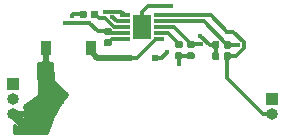
<source format=gbr>
G04 #@! TF.GenerationSoftware,KiCad,Pcbnew,(5.1.4)-1*
G04 #@! TF.CreationDate,2020-05-09T12:02:50-07:00*
G04 #@! TF.ProjectId,Kicad LED Rings_Circular_final,4b696361-6420-44c4-9544-2052696e6773,rev?*
G04 #@! TF.SameCoordinates,Original*
G04 #@! TF.FileFunction,Copper,L1,Top*
G04 #@! TF.FilePolarity,Positive*
%FSLAX46Y46*%
G04 Gerber Fmt 4.6, Leading zero omitted, Abs format (unit mm)*
G04 Created by KiCad (PCBNEW (5.1.4)-1) date 2020-05-09 12:02:50*
%MOMM*%
%LPD*%
G04 APERTURE LIST*
%ADD10R,0.900000X1.300000*%
%ADD11C,0.100000*%
%ADD12C,0.590000*%
%ADD13R,1.600200X2.006600*%
%ADD14R,0.812800X0.304800*%
%ADD15R,0.500000X0.500000*%
%ADD16R,1.000000X1.000000*%
%ADD17O,1.000000X1.000000*%
%ADD18C,0.450000*%
%ADD19C,0.762000*%
%ADD20C,0.304800*%
%ADD21C,0.508000*%
%ADD22C,0.254000*%
G04 APERTURE END LIST*
D10*
X101488160Y-70591680D03*
X105288160Y-70591680D03*
D11*
G36*
X116044518Y-70005690D02*
G01*
X116058836Y-70007814D01*
X116072877Y-70011331D01*
X116086506Y-70016208D01*
X116099591Y-70022397D01*
X116112007Y-70029838D01*
X116123633Y-70038461D01*
X116134358Y-70048182D01*
X116144079Y-70058907D01*
X116152702Y-70070533D01*
X116160143Y-70082949D01*
X116166332Y-70096034D01*
X116171209Y-70109663D01*
X116174726Y-70123704D01*
X116176850Y-70138022D01*
X116177560Y-70152480D01*
X116177560Y-70497480D01*
X116176850Y-70511938D01*
X116174726Y-70526256D01*
X116171209Y-70540297D01*
X116166332Y-70553926D01*
X116160143Y-70567011D01*
X116152702Y-70579427D01*
X116144079Y-70591053D01*
X116134358Y-70601778D01*
X116123633Y-70611499D01*
X116112007Y-70620122D01*
X116099591Y-70627563D01*
X116086506Y-70633752D01*
X116072877Y-70638629D01*
X116058836Y-70642146D01*
X116044518Y-70644270D01*
X116030060Y-70644980D01*
X115735060Y-70644980D01*
X115720602Y-70644270D01*
X115706284Y-70642146D01*
X115692243Y-70638629D01*
X115678614Y-70633752D01*
X115665529Y-70627563D01*
X115653113Y-70620122D01*
X115641487Y-70611499D01*
X115630762Y-70601778D01*
X115621041Y-70591053D01*
X115612418Y-70579427D01*
X115604977Y-70567011D01*
X115598788Y-70553926D01*
X115593911Y-70540297D01*
X115590394Y-70526256D01*
X115588270Y-70511938D01*
X115587560Y-70497480D01*
X115587560Y-70152480D01*
X115588270Y-70138022D01*
X115590394Y-70123704D01*
X115593911Y-70109663D01*
X115598788Y-70096034D01*
X115604977Y-70082949D01*
X115612418Y-70070533D01*
X115621041Y-70058907D01*
X115630762Y-70048182D01*
X115641487Y-70038461D01*
X115653113Y-70029838D01*
X115665529Y-70022397D01*
X115678614Y-70016208D01*
X115692243Y-70011331D01*
X115706284Y-70007814D01*
X115720602Y-70005690D01*
X115735060Y-70004980D01*
X116030060Y-70004980D01*
X116044518Y-70005690D01*
X116044518Y-70005690D01*
G37*
D12*
X115882560Y-70324980D03*
D11*
G36*
X117014518Y-70005690D02*
G01*
X117028836Y-70007814D01*
X117042877Y-70011331D01*
X117056506Y-70016208D01*
X117069591Y-70022397D01*
X117082007Y-70029838D01*
X117093633Y-70038461D01*
X117104358Y-70048182D01*
X117114079Y-70058907D01*
X117122702Y-70070533D01*
X117130143Y-70082949D01*
X117136332Y-70096034D01*
X117141209Y-70109663D01*
X117144726Y-70123704D01*
X117146850Y-70138022D01*
X117147560Y-70152480D01*
X117147560Y-70497480D01*
X117146850Y-70511938D01*
X117144726Y-70526256D01*
X117141209Y-70540297D01*
X117136332Y-70553926D01*
X117130143Y-70567011D01*
X117122702Y-70579427D01*
X117114079Y-70591053D01*
X117104358Y-70601778D01*
X117093633Y-70611499D01*
X117082007Y-70620122D01*
X117069591Y-70627563D01*
X117056506Y-70633752D01*
X117042877Y-70638629D01*
X117028836Y-70642146D01*
X117014518Y-70644270D01*
X117000060Y-70644980D01*
X116705060Y-70644980D01*
X116690602Y-70644270D01*
X116676284Y-70642146D01*
X116662243Y-70638629D01*
X116648614Y-70633752D01*
X116635529Y-70627563D01*
X116623113Y-70620122D01*
X116611487Y-70611499D01*
X116600762Y-70601778D01*
X116591041Y-70591053D01*
X116582418Y-70579427D01*
X116574977Y-70567011D01*
X116568788Y-70553926D01*
X116563911Y-70540297D01*
X116560394Y-70526256D01*
X116558270Y-70511938D01*
X116557560Y-70497480D01*
X116557560Y-70152480D01*
X116558270Y-70138022D01*
X116560394Y-70123704D01*
X116563911Y-70109663D01*
X116568788Y-70096034D01*
X116574977Y-70082949D01*
X116582418Y-70070533D01*
X116591041Y-70058907D01*
X116600762Y-70048182D01*
X116611487Y-70038461D01*
X116623113Y-70029838D01*
X116635529Y-70022397D01*
X116648614Y-70016208D01*
X116662243Y-70011331D01*
X116676284Y-70007814D01*
X116690602Y-70005690D01*
X116705060Y-70004980D01*
X117000060Y-70004980D01*
X117014518Y-70005690D01*
X117014518Y-70005690D01*
G37*
D12*
X116852560Y-70324980D03*
D11*
G36*
X106917758Y-69865450D02*
G01*
X106932076Y-69867574D01*
X106946117Y-69871091D01*
X106959746Y-69875968D01*
X106972831Y-69882157D01*
X106985247Y-69889598D01*
X106996873Y-69898221D01*
X107007598Y-69907942D01*
X107017319Y-69918667D01*
X107025942Y-69930293D01*
X107033383Y-69942709D01*
X107039572Y-69955794D01*
X107044449Y-69969423D01*
X107047966Y-69983464D01*
X107050090Y-69997782D01*
X107050800Y-70012240D01*
X107050800Y-70307240D01*
X107050090Y-70321698D01*
X107047966Y-70336016D01*
X107044449Y-70350057D01*
X107039572Y-70363686D01*
X107033383Y-70376771D01*
X107025942Y-70389187D01*
X107017319Y-70400813D01*
X107007598Y-70411538D01*
X106996873Y-70421259D01*
X106985247Y-70429882D01*
X106972831Y-70437323D01*
X106959746Y-70443512D01*
X106946117Y-70448389D01*
X106932076Y-70451906D01*
X106917758Y-70454030D01*
X106903300Y-70454740D01*
X106558300Y-70454740D01*
X106543842Y-70454030D01*
X106529524Y-70451906D01*
X106515483Y-70448389D01*
X106501854Y-70443512D01*
X106488769Y-70437323D01*
X106476353Y-70429882D01*
X106464727Y-70421259D01*
X106454002Y-70411538D01*
X106444281Y-70400813D01*
X106435658Y-70389187D01*
X106428217Y-70376771D01*
X106422028Y-70363686D01*
X106417151Y-70350057D01*
X106413634Y-70336016D01*
X106411510Y-70321698D01*
X106410800Y-70307240D01*
X106410800Y-70012240D01*
X106411510Y-69997782D01*
X106413634Y-69983464D01*
X106417151Y-69969423D01*
X106422028Y-69955794D01*
X106428217Y-69942709D01*
X106435658Y-69930293D01*
X106444281Y-69918667D01*
X106454002Y-69907942D01*
X106464727Y-69898221D01*
X106476353Y-69889598D01*
X106488769Y-69882157D01*
X106501854Y-69875968D01*
X106515483Y-69871091D01*
X106529524Y-69867574D01*
X106543842Y-69865450D01*
X106558300Y-69864740D01*
X106903300Y-69864740D01*
X106917758Y-69865450D01*
X106917758Y-69865450D01*
G37*
D12*
X106730800Y-70159740D03*
D11*
G36*
X106917758Y-68895450D02*
G01*
X106932076Y-68897574D01*
X106946117Y-68901091D01*
X106959746Y-68905968D01*
X106972831Y-68912157D01*
X106985247Y-68919598D01*
X106996873Y-68928221D01*
X107007598Y-68937942D01*
X107017319Y-68948667D01*
X107025942Y-68960293D01*
X107033383Y-68972709D01*
X107039572Y-68985794D01*
X107044449Y-68999423D01*
X107047966Y-69013464D01*
X107050090Y-69027782D01*
X107050800Y-69042240D01*
X107050800Y-69337240D01*
X107050090Y-69351698D01*
X107047966Y-69366016D01*
X107044449Y-69380057D01*
X107039572Y-69393686D01*
X107033383Y-69406771D01*
X107025942Y-69419187D01*
X107017319Y-69430813D01*
X107007598Y-69441538D01*
X106996873Y-69451259D01*
X106985247Y-69459882D01*
X106972831Y-69467323D01*
X106959746Y-69473512D01*
X106946117Y-69478389D01*
X106932076Y-69481906D01*
X106917758Y-69484030D01*
X106903300Y-69484740D01*
X106558300Y-69484740D01*
X106543842Y-69484030D01*
X106529524Y-69481906D01*
X106515483Y-69478389D01*
X106501854Y-69473512D01*
X106488769Y-69467323D01*
X106476353Y-69459882D01*
X106464727Y-69451259D01*
X106454002Y-69441538D01*
X106444281Y-69430813D01*
X106435658Y-69419187D01*
X106428217Y-69406771D01*
X106422028Y-69393686D01*
X106417151Y-69380057D01*
X106413634Y-69366016D01*
X106411510Y-69351698D01*
X106410800Y-69337240D01*
X106410800Y-69042240D01*
X106411510Y-69027782D01*
X106413634Y-69013464D01*
X106417151Y-68999423D01*
X106422028Y-68985794D01*
X106428217Y-68972709D01*
X106435658Y-68960293D01*
X106444281Y-68948667D01*
X106454002Y-68937942D01*
X106464727Y-68928221D01*
X106476353Y-68919598D01*
X106488769Y-68912157D01*
X106501854Y-68905968D01*
X106515483Y-68901091D01*
X106529524Y-68897574D01*
X106543842Y-68895450D01*
X106558300Y-68894740D01*
X106903300Y-68894740D01*
X106917758Y-68895450D01*
X106917758Y-68895450D01*
G37*
D12*
X106730800Y-69189740D03*
D11*
G36*
X104812638Y-67430130D02*
G01*
X104826956Y-67432254D01*
X104840997Y-67435771D01*
X104854626Y-67440648D01*
X104867711Y-67446837D01*
X104880127Y-67454278D01*
X104891753Y-67462901D01*
X104902478Y-67472622D01*
X104912199Y-67483347D01*
X104920822Y-67494973D01*
X104928263Y-67507389D01*
X104934452Y-67520474D01*
X104939329Y-67534103D01*
X104942846Y-67548144D01*
X104944970Y-67562462D01*
X104945680Y-67576920D01*
X104945680Y-67921920D01*
X104944970Y-67936378D01*
X104942846Y-67950696D01*
X104939329Y-67964737D01*
X104934452Y-67978366D01*
X104928263Y-67991451D01*
X104920822Y-68003867D01*
X104912199Y-68015493D01*
X104902478Y-68026218D01*
X104891753Y-68035939D01*
X104880127Y-68044562D01*
X104867711Y-68052003D01*
X104854626Y-68058192D01*
X104840997Y-68063069D01*
X104826956Y-68066586D01*
X104812638Y-68068710D01*
X104798180Y-68069420D01*
X104503180Y-68069420D01*
X104488722Y-68068710D01*
X104474404Y-68066586D01*
X104460363Y-68063069D01*
X104446734Y-68058192D01*
X104433649Y-68052003D01*
X104421233Y-68044562D01*
X104409607Y-68035939D01*
X104398882Y-68026218D01*
X104389161Y-68015493D01*
X104380538Y-68003867D01*
X104373097Y-67991451D01*
X104366908Y-67978366D01*
X104362031Y-67964737D01*
X104358514Y-67950696D01*
X104356390Y-67936378D01*
X104355680Y-67921920D01*
X104355680Y-67576920D01*
X104356390Y-67562462D01*
X104358514Y-67548144D01*
X104362031Y-67534103D01*
X104366908Y-67520474D01*
X104373097Y-67507389D01*
X104380538Y-67494973D01*
X104389161Y-67483347D01*
X104398882Y-67472622D01*
X104409607Y-67462901D01*
X104421233Y-67454278D01*
X104433649Y-67446837D01*
X104446734Y-67440648D01*
X104460363Y-67435771D01*
X104474404Y-67432254D01*
X104488722Y-67430130D01*
X104503180Y-67429420D01*
X104798180Y-67429420D01*
X104812638Y-67430130D01*
X104812638Y-67430130D01*
G37*
D12*
X104650680Y-67749420D03*
D11*
G36*
X105782638Y-67430130D02*
G01*
X105796956Y-67432254D01*
X105810997Y-67435771D01*
X105824626Y-67440648D01*
X105837711Y-67446837D01*
X105850127Y-67454278D01*
X105861753Y-67462901D01*
X105872478Y-67472622D01*
X105882199Y-67483347D01*
X105890822Y-67494973D01*
X105898263Y-67507389D01*
X105904452Y-67520474D01*
X105909329Y-67534103D01*
X105912846Y-67548144D01*
X105914970Y-67562462D01*
X105915680Y-67576920D01*
X105915680Y-67921920D01*
X105914970Y-67936378D01*
X105912846Y-67950696D01*
X105909329Y-67964737D01*
X105904452Y-67978366D01*
X105898263Y-67991451D01*
X105890822Y-68003867D01*
X105882199Y-68015493D01*
X105872478Y-68026218D01*
X105861753Y-68035939D01*
X105850127Y-68044562D01*
X105837711Y-68052003D01*
X105824626Y-68058192D01*
X105810997Y-68063069D01*
X105796956Y-68066586D01*
X105782638Y-68068710D01*
X105768180Y-68069420D01*
X105473180Y-68069420D01*
X105458722Y-68068710D01*
X105444404Y-68066586D01*
X105430363Y-68063069D01*
X105416734Y-68058192D01*
X105403649Y-68052003D01*
X105391233Y-68044562D01*
X105379607Y-68035939D01*
X105368882Y-68026218D01*
X105359161Y-68015493D01*
X105350538Y-68003867D01*
X105343097Y-67991451D01*
X105336908Y-67978366D01*
X105332031Y-67964737D01*
X105328514Y-67950696D01*
X105326390Y-67936378D01*
X105325680Y-67921920D01*
X105325680Y-67576920D01*
X105326390Y-67562462D01*
X105328514Y-67548144D01*
X105332031Y-67534103D01*
X105336908Y-67520474D01*
X105343097Y-67507389D01*
X105350538Y-67494973D01*
X105359161Y-67483347D01*
X105368882Y-67472622D01*
X105379607Y-67462901D01*
X105391233Y-67454278D01*
X105403649Y-67446837D01*
X105416734Y-67440648D01*
X105430363Y-67435771D01*
X105444404Y-67432254D01*
X105458722Y-67430130D01*
X105473180Y-67429420D01*
X105768180Y-67429420D01*
X105782638Y-67430130D01*
X105782638Y-67430130D01*
G37*
D12*
X105620680Y-67749420D03*
D13*
X109601000Y-68836540D03*
D14*
X111048800Y-67836539D03*
X111048800Y-68336541D03*
X111048800Y-68836540D03*
X111048800Y-69336539D03*
X111048800Y-69836541D03*
X108153200Y-69836541D03*
X108153200Y-69336539D03*
X108153200Y-68836540D03*
X108153200Y-68336541D03*
X108153200Y-67836539D03*
D11*
G36*
X112937558Y-70965270D02*
G01*
X112951876Y-70967394D01*
X112965917Y-70970911D01*
X112979546Y-70975788D01*
X112992631Y-70981977D01*
X113005047Y-70989418D01*
X113016673Y-70998041D01*
X113027398Y-71007762D01*
X113037119Y-71018487D01*
X113045742Y-71030113D01*
X113053183Y-71042529D01*
X113059372Y-71055614D01*
X113064249Y-71069243D01*
X113067766Y-71083284D01*
X113069890Y-71097602D01*
X113070600Y-71112060D01*
X113070600Y-71407060D01*
X113069890Y-71421518D01*
X113067766Y-71435836D01*
X113064249Y-71449877D01*
X113059372Y-71463506D01*
X113053183Y-71476591D01*
X113045742Y-71489007D01*
X113037119Y-71500633D01*
X113027398Y-71511358D01*
X113016673Y-71521079D01*
X113005047Y-71529702D01*
X112992631Y-71537143D01*
X112979546Y-71543332D01*
X112965917Y-71548209D01*
X112951876Y-71551726D01*
X112937558Y-71553850D01*
X112923100Y-71554560D01*
X112578100Y-71554560D01*
X112563642Y-71553850D01*
X112549324Y-71551726D01*
X112535283Y-71548209D01*
X112521654Y-71543332D01*
X112508569Y-71537143D01*
X112496153Y-71529702D01*
X112484527Y-71521079D01*
X112473802Y-71511358D01*
X112464081Y-71500633D01*
X112455458Y-71489007D01*
X112448017Y-71476591D01*
X112441828Y-71463506D01*
X112436951Y-71449877D01*
X112433434Y-71435836D01*
X112431310Y-71421518D01*
X112430600Y-71407060D01*
X112430600Y-71112060D01*
X112431310Y-71097602D01*
X112433434Y-71083284D01*
X112436951Y-71069243D01*
X112441828Y-71055614D01*
X112448017Y-71042529D01*
X112455458Y-71030113D01*
X112464081Y-71018487D01*
X112473802Y-71007762D01*
X112484527Y-70998041D01*
X112496153Y-70989418D01*
X112508569Y-70981977D01*
X112521654Y-70975788D01*
X112535283Y-70970911D01*
X112549324Y-70967394D01*
X112563642Y-70965270D01*
X112578100Y-70964560D01*
X112923100Y-70964560D01*
X112937558Y-70965270D01*
X112937558Y-70965270D01*
G37*
D12*
X112750600Y-71259560D03*
D11*
G36*
X112937558Y-69995270D02*
G01*
X112951876Y-69997394D01*
X112965917Y-70000911D01*
X112979546Y-70005788D01*
X112992631Y-70011977D01*
X113005047Y-70019418D01*
X113016673Y-70028041D01*
X113027398Y-70037762D01*
X113037119Y-70048487D01*
X113045742Y-70060113D01*
X113053183Y-70072529D01*
X113059372Y-70085614D01*
X113064249Y-70099243D01*
X113067766Y-70113284D01*
X113069890Y-70127602D01*
X113070600Y-70142060D01*
X113070600Y-70437060D01*
X113069890Y-70451518D01*
X113067766Y-70465836D01*
X113064249Y-70479877D01*
X113059372Y-70493506D01*
X113053183Y-70506591D01*
X113045742Y-70519007D01*
X113037119Y-70530633D01*
X113027398Y-70541358D01*
X113016673Y-70551079D01*
X113005047Y-70559702D01*
X112992631Y-70567143D01*
X112979546Y-70573332D01*
X112965917Y-70578209D01*
X112951876Y-70581726D01*
X112937558Y-70583850D01*
X112923100Y-70584560D01*
X112578100Y-70584560D01*
X112563642Y-70583850D01*
X112549324Y-70581726D01*
X112535283Y-70578209D01*
X112521654Y-70573332D01*
X112508569Y-70567143D01*
X112496153Y-70559702D01*
X112484527Y-70551079D01*
X112473802Y-70541358D01*
X112464081Y-70530633D01*
X112455458Y-70519007D01*
X112448017Y-70506591D01*
X112441828Y-70493506D01*
X112436951Y-70479877D01*
X112433434Y-70465836D01*
X112431310Y-70451518D01*
X112430600Y-70437060D01*
X112430600Y-70142060D01*
X112431310Y-70127602D01*
X112433434Y-70113284D01*
X112436951Y-70099243D01*
X112441828Y-70085614D01*
X112448017Y-70072529D01*
X112455458Y-70060113D01*
X112464081Y-70048487D01*
X112473802Y-70037762D01*
X112484527Y-70028041D01*
X112496153Y-70019418D01*
X112508569Y-70011977D01*
X112521654Y-70005788D01*
X112535283Y-70000911D01*
X112549324Y-69997394D01*
X112563642Y-69995270D01*
X112578100Y-69994560D01*
X112923100Y-69994560D01*
X112937558Y-69995270D01*
X112937558Y-69995270D01*
G37*
D12*
X112750600Y-70289560D03*
D11*
G36*
X113953558Y-69995270D02*
G01*
X113967876Y-69997394D01*
X113981917Y-70000911D01*
X113995546Y-70005788D01*
X114008631Y-70011977D01*
X114021047Y-70019418D01*
X114032673Y-70028041D01*
X114043398Y-70037762D01*
X114053119Y-70048487D01*
X114061742Y-70060113D01*
X114069183Y-70072529D01*
X114075372Y-70085614D01*
X114080249Y-70099243D01*
X114083766Y-70113284D01*
X114085890Y-70127602D01*
X114086600Y-70142060D01*
X114086600Y-70437060D01*
X114085890Y-70451518D01*
X114083766Y-70465836D01*
X114080249Y-70479877D01*
X114075372Y-70493506D01*
X114069183Y-70506591D01*
X114061742Y-70519007D01*
X114053119Y-70530633D01*
X114043398Y-70541358D01*
X114032673Y-70551079D01*
X114021047Y-70559702D01*
X114008631Y-70567143D01*
X113995546Y-70573332D01*
X113981917Y-70578209D01*
X113967876Y-70581726D01*
X113953558Y-70583850D01*
X113939100Y-70584560D01*
X113594100Y-70584560D01*
X113579642Y-70583850D01*
X113565324Y-70581726D01*
X113551283Y-70578209D01*
X113537654Y-70573332D01*
X113524569Y-70567143D01*
X113512153Y-70559702D01*
X113500527Y-70551079D01*
X113489802Y-70541358D01*
X113480081Y-70530633D01*
X113471458Y-70519007D01*
X113464017Y-70506591D01*
X113457828Y-70493506D01*
X113452951Y-70479877D01*
X113449434Y-70465836D01*
X113447310Y-70451518D01*
X113446600Y-70437060D01*
X113446600Y-70142060D01*
X113447310Y-70127602D01*
X113449434Y-70113284D01*
X113452951Y-70099243D01*
X113457828Y-70085614D01*
X113464017Y-70072529D01*
X113471458Y-70060113D01*
X113480081Y-70048487D01*
X113489802Y-70037762D01*
X113500527Y-70028041D01*
X113512153Y-70019418D01*
X113524569Y-70011977D01*
X113537654Y-70005788D01*
X113551283Y-70000911D01*
X113565324Y-69997394D01*
X113579642Y-69995270D01*
X113594100Y-69994560D01*
X113939100Y-69994560D01*
X113953558Y-69995270D01*
X113953558Y-69995270D01*
G37*
D12*
X113766600Y-70289560D03*
D11*
G36*
X113953558Y-70965270D02*
G01*
X113967876Y-70967394D01*
X113981917Y-70970911D01*
X113995546Y-70975788D01*
X114008631Y-70981977D01*
X114021047Y-70989418D01*
X114032673Y-70998041D01*
X114043398Y-71007762D01*
X114053119Y-71018487D01*
X114061742Y-71030113D01*
X114069183Y-71042529D01*
X114075372Y-71055614D01*
X114080249Y-71069243D01*
X114083766Y-71083284D01*
X114085890Y-71097602D01*
X114086600Y-71112060D01*
X114086600Y-71407060D01*
X114085890Y-71421518D01*
X114083766Y-71435836D01*
X114080249Y-71449877D01*
X114075372Y-71463506D01*
X114069183Y-71476591D01*
X114061742Y-71489007D01*
X114053119Y-71500633D01*
X114043398Y-71511358D01*
X114032673Y-71521079D01*
X114021047Y-71529702D01*
X114008631Y-71537143D01*
X113995546Y-71543332D01*
X113981917Y-71548209D01*
X113967876Y-71551726D01*
X113953558Y-71553850D01*
X113939100Y-71554560D01*
X113594100Y-71554560D01*
X113579642Y-71553850D01*
X113565324Y-71551726D01*
X113551283Y-71548209D01*
X113537654Y-71543332D01*
X113524569Y-71537143D01*
X113512153Y-71529702D01*
X113500527Y-71521079D01*
X113489802Y-71511358D01*
X113480081Y-71500633D01*
X113471458Y-71489007D01*
X113464017Y-71476591D01*
X113457828Y-71463506D01*
X113452951Y-71449877D01*
X113449434Y-71435836D01*
X113447310Y-71421518D01*
X113446600Y-71407060D01*
X113446600Y-71112060D01*
X113447310Y-71097602D01*
X113449434Y-71083284D01*
X113452951Y-71069243D01*
X113457828Y-71055614D01*
X113464017Y-71042529D01*
X113471458Y-71030113D01*
X113480081Y-71018487D01*
X113489802Y-71007762D01*
X113500527Y-70998041D01*
X113512153Y-70989418D01*
X113524569Y-70981977D01*
X113537654Y-70975788D01*
X113551283Y-70970911D01*
X113565324Y-70967394D01*
X113579642Y-70965270D01*
X113594100Y-70964560D01*
X113939100Y-70964560D01*
X113953558Y-70965270D01*
X113953558Y-70965270D01*
G37*
D12*
X113766600Y-71259560D03*
D15*
X108503540Y-71447660D03*
X110703540Y-71447660D03*
D11*
G36*
X117014518Y-70950570D02*
G01*
X117028836Y-70952694D01*
X117042877Y-70956211D01*
X117056506Y-70961088D01*
X117069591Y-70967277D01*
X117082007Y-70974718D01*
X117093633Y-70983341D01*
X117104358Y-70993062D01*
X117114079Y-71003787D01*
X117122702Y-71015413D01*
X117130143Y-71027829D01*
X117136332Y-71040914D01*
X117141209Y-71054543D01*
X117144726Y-71068584D01*
X117146850Y-71082902D01*
X117147560Y-71097360D01*
X117147560Y-71442360D01*
X117146850Y-71456818D01*
X117144726Y-71471136D01*
X117141209Y-71485177D01*
X117136332Y-71498806D01*
X117130143Y-71511891D01*
X117122702Y-71524307D01*
X117114079Y-71535933D01*
X117104358Y-71546658D01*
X117093633Y-71556379D01*
X117082007Y-71565002D01*
X117069591Y-71572443D01*
X117056506Y-71578632D01*
X117042877Y-71583509D01*
X117028836Y-71587026D01*
X117014518Y-71589150D01*
X117000060Y-71589860D01*
X116705060Y-71589860D01*
X116690602Y-71589150D01*
X116676284Y-71587026D01*
X116662243Y-71583509D01*
X116648614Y-71578632D01*
X116635529Y-71572443D01*
X116623113Y-71565002D01*
X116611487Y-71556379D01*
X116600762Y-71546658D01*
X116591041Y-71535933D01*
X116582418Y-71524307D01*
X116574977Y-71511891D01*
X116568788Y-71498806D01*
X116563911Y-71485177D01*
X116560394Y-71471136D01*
X116558270Y-71456818D01*
X116557560Y-71442360D01*
X116557560Y-71097360D01*
X116558270Y-71082902D01*
X116560394Y-71068584D01*
X116563911Y-71054543D01*
X116568788Y-71040914D01*
X116574977Y-71027829D01*
X116582418Y-71015413D01*
X116591041Y-71003787D01*
X116600762Y-70993062D01*
X116611487Y-70983341D01*
X116623113Y-70974718D01*
X116635529Y-70967277D01*
X116648614Y-70961088D01*
X116662243Y-70956211D01*
X116676284Y-70952694D01*
X116690602Y-70950570D01*
X116705060Y-70949860D01*
X117000060Y-70949860D01*
X117014518Y-70950570D01*
X117014518Y-70950570D01*
G37*
D12*
X116852560Y-71269860D03*
D11*
G36*
X116044518Y-70950570D02*
G01*
X116058836Y-70952694D01*
X116072877Y-70956211D01*
X116086506Y-70961088D01*
X116099591Y-70967277D01*
X116112007Y-70974718D01*
X116123633Y-70983341D01*
X116134358Y-70993062D01*
X116144079Y-71003787D01*
X116152702Y-71015413D01*
X116160143Y-71027829D01*
X116166332Y-71040914D01*
X116171209Y-71054543D01*
X116174726Y-71068584D01*
X116176850Y-71082902D01*
X116177560Y-71097360D01*
X116177560Y-71442360D01*
X116176850Y-71456818D01*
X116174726Y-71471136D01*
X116171209Y-71485177D01*
X116166332Y-71498806D01*
X116160143Y-71511891D01*
X116152702Y-71524307D01*
X116144079Y-71535933D01*
X116134358Y-71546658D01*
X116123633Y-71556379D01*
X116112007Y-71565002D01*
X116099591Y-71572443D01*
X116086506Y-71578632D01*
X116072877Y-71583509D01*
X116058836Y-71587026D01*
X116044518Y-71589150D01*
X116030060Y-71589860D01*
X115735060Y-71589860D01*
X115720602Y-71589150D01*
X115706284Y-71587026D01*
X115692243Y-71583509D01*
X115678614Y-71578632D01*
X115665529Y-71572443D01*
X115653113Y-71565002D01*
X115641487Y-71556379D01*
X115630762Y-71546658D01*
X115621041Y-71535933D01*
X115612418Y-71524307D01*
X115604977Y-71511891D01*
X115598788Y-71498806D01*
X115593911Y-71485177D01*
X115590394Y-71471136D01*
X115588270Y-71456818D01*
X115587560Y-71442360D01*
X115587560Y-71097360D01*
X115588270Y-71082902D01*
X115590394Y-71068584D01*
X115593911Y-71054543D01*
X115598788Y-71040914D01*
X115604977Y-71027829D01*
X115612418Y-71015413D01*
X115621041Y-71003787D01*
X115630762Y-70993062D01*
X115641487Y-70983341D01*
X115653113Y-70974718D01*
X115665529Y-70967277D01*
X115678614Y-70961088D01*
X115692243Y-70956211D01*
X115706284Y-70952694D01*
X115720602Y-70950570D01*
X115735060Y-70949860D01*
X116030060Y-70949860D01*
X116044518Y-70950570D01*
X116044518Y-70950570D01*
G37*
D12*
X115882560Y-71269860D03*
D16*
X98680000Y-73630000D03*
D17*
X98680000Y-74900000D03*
X98680000Y-76170000D03*
D16*
X120611900Y-74899520D03*
D17*
X120611900Y-76169520D03*
D18*
X103210360Y-74673460D03*
X102859840Y-75125580D03*
X102532180Y-75585320D03*
X102235000Y-76111100D03*
X102001320Y-76631800D03*
X114581940Y-70271640D03*
X112748060Y-71963280D03*
X112087660Y-67020021D03*
X103723440Y-67843400D03*
X107119420Y-67978021D03*
X106535220Y-67499021D03*
X111785400Y-70947280D03*
X117782340Y-70335140D03*
X116850160Y-69212460D03*
X114579400Y-69557900D03*
X103098600Y-68491100D03*
X105173780Y-68493640D03*
D19*
X98680000Y-76170000D02*
X99723460Y-77213460D01*
D20*
X113766600Y-70289560D02*
X114564020Y-70289560D01*
X114564020Y-70289560D02*
X114581940Y-70271640D01*
X112313580Y-68836540D02*
X113766600Y-70289560D01*
X111048800Y-68836540D02*
X112313580Y-68836540D01*
X113766600Y-71259560D02*
X112750600Y-71259560D01*
X112750600Y-71259560D02*
X112750600Y-71960740D01*
X112750600Y-71960740D02*
X112748060Y-71963280D01*
X110109419Y-67020021D02*
X112087660Y-67020021D01*
X109601000Y-68836540D02*
X109601000Y-67528440D01*
X109601000Y-67528440D02*
X110109419Y-67020021D01*
X104650680Y-67749420D02*
X103817420Y-67749420D01*
X103817420Y-67749420D02*
X103723440Y-67843400D01*
X111797579Y-69336539D02*
X112750600Y-70289560D01*
X111048800Y-69336539D02*
X111797579Y-69336539D01*
X107477940Y-68336541D02*
X108153200Y-68336541D01*
X107119420Y-67978021D02*
X107477940Y-68336541D01*
X107815682Y-67499021D02*
X106535220Y-67499021D01*
X108153200Y-67836539D02*
X107815682Y-67499021D01*
X110711160Y-71455280D02*
X110703540Y-71447660D01*
X110703540Y-71447660D02*
X111285020Y-71447660D01*
X111285020Y-71447660D02*
X111785400Y-70947280D01*
X109058340Y-71447660D02*
X108503540Y-71447660D01*
X109183681Y-71447660D02*
X109058340Y-71447660D01*
X110794800Y-69836541D02*
X109183681Y-71447660D01*
X111048800Y-69836541D02*
X110794800Y-69836541D01*
D21*
X105854580Y-71447660D02*
X105196720Y-70789800D01*
X108503540Y-71447660D02*
X105854580Y-71447660D01*
D20*
X114864121Y-68336541D02*
X116852560Y-70324980D01*
X111048800Y-68336541D02*
X114864121Y-68336541D01*
X116852560Y-70324980D02*
X117772180Y-70324980D01*
X117772180Y-70324980D02*
X117782340Y-70335140D01*
X107053999Y-69836541D02*
X106730800Y-70159740D01*
X108153200Y-69836541D02*
X107053999Y-69836541D01*
X105954848Y-68083588D02*
X105620680Y-67749420D01*
X106516065Y-68083588D02*
X105954848Y-68083588D01*
X107269017Y-68836540D02*
X106516065Y-68083588D01*
X108153200Y-68836540D02*
X107269017Y-68836540D01*
X111048800Y-67836539D02*
X115474239Y-67836539D01*
X115474239Y-67836539D02*
X116850160Y-69212460D01*
X116852560Y-71689860D02*
X116852560Y-71269860D01*
X116852560Y-73117286D02*
X116852560Y-71689860D01*
X119904794Y-76169520D02*
X116852560Y-73117286D01*
X120611900Y-76169520D02*
X119904794Y-76169520D01*
X117168358Y-69212460D02*
X116850160Y-69212460D01*
X117368582Y-69212460D02*
X117168358Y-69212460D01*
X118261341Y-70105219D02*
X117368582Y-69212460D01*
X118261341Y-70565061D02*
X118261341Y-70105219D01*
X117556542Y-71269860D02*
X118261341Y-70565061D01*
X116852560Y-71269860D02*
X117556542Y-71269860D01*
X115882560Y-70324980D02*
X115882560Y-71269860D01*
X115882560Y-70324980D02*
X115346480Y-70324980D01*
X115346480Y-70324980D02*
X114579400Y-69557900D01*
X106877599Y-69336539D02*
X106730800Y-69189740D01*
X108153200Y-69336539D02*
X106877599Y-69336539D01*
X106730800Y-69189740D02*
X105869880Y-69189740D01*
X105869880Y-69189740D02*
X105173780Y-68493640D01*
X105171240Y-68491100D02*
X105173780Y-68493640D01*
X103098600Y-68491100D02*
X105171240Y-68491100D01*
D22*
G36*
X101615160Y-70464680D02*
G01*
X101635160Y-70464680D01*
X101635160Y-70718680D01*
X101615160Y-70718680D01*
X101615160Y-71717930D01*
X101773910Y-71876680D01*
X101938160Y-71879752D01*
X102045874Y-71869143D01*
X102054635Y-73307219D01*
X102057227Y-73331980D01*
X102064599Y-73355760D01*
X102076468Y-73377644D01*
X102098678Y-73402608D01*
X103313754Y-74450794D01*
X102666120Y-75289509D01*
X102067795Y-76355609D01*
X101631073Y-77497464D01*
X101563012Y-77803000D01*
X98768981Y-77803000D01*
X98776690Y-77305000D01*
X98807002Y-77305000D01*
X98807002Y-77139130D01*
X98981876Y-77264126D01*
X99189529Y-77184210D01*
X99377601Y-77065318D01*
X99538865Y-76912020D01*
X99667123Y-76730206D01*
X99757446Y-76526864D01*
X99774119Y-76471874D01*
X99647954Y-76297000D01*
X98807000Y-76297000D01*
X98807000Y-76317000D01*
X98791983Y-76317000D01*
X98796441Y-76029023D01*
X98807000Y-76027983D01*
X98807000Y-76043000D01*
X99647954Y-76043000D01*
X99774119Y-75868126D01*
X99757446Y-75813136D01*
X99667123Y-75609794D01*
X99620274Y-75543383D01*
X99628284Y-75533623D01*
X99700336Y-75398823D01*
X100827533Y-74681818D01*
X100847128Y-74666461D01*
X100863352Y-74647576D01*
X100875579Y-74625889D01*
X100883340Y-74602234D01*
X100886366Y-74573665D01*
X100865045Y-71852739D01*
X100913678Y-71867492D01*
X101038160Y-71879752D01*
X101202410Y-71876680D01*
X101361160Y-71717930D01*
X101361160Y-70718680D01*
X101341160Y-70718680D01*
X101341160Y-70464680D01*
X101361160Y-70464680D01*
X101361160Y-70444680D01*
X101615160Y-70444680D01*
X101615160Y-70464680D01*
X101615160Y-70464680D01*
G37*
X101615160Y-70464680D02*
X101635160Y-70464680D01*
X101635160Y-70718680D01*
X101615160Y-70718680D01*
X101615160Y-71717930D01*
X101773910Y-71876680D01*
X101938160Y-71879752D01*
X102045874Y-71869143D01*
X102054635Y-73307219D01*
X102057227Y-73331980D01*
X102064599Y-73355760D01*
X102076468Y-73377644D01*
X102098678Y-73402608D01*
X103313754Y-74450794D01*
X102666120Y-75289509D01*
X102067795Y-76355609D01*
X101631073Y-77497464D01*
X101563012Y-77803000D01*
X98768981Y-77803000D01*
X98776690Y-77305000D01*
X98807002Y-77305000D01*
X98807002Y-77139130D01*
X98981876Y-77264126D01*
X99189529Y-77184210D01*
X99377601Y-77065318D01*
X99538865Y-76912020D01*
X99667123Y-76730206D01*
X99757446Y-76526864D01*
X99774119Y-76471874D01*
X99647954Y-76297000D01*
X98807000Y-76297000D01*
X98807000Y-76317000D01*
X98791983Y-76317000D01*
X98796441Y-76029023D01*
X98807000Y-76027983D01*
X98807000Y-76043000D01*
X99647954Y-76043000D01*
X99774119Y-75868126D01*
X99757446Y-75813136D01*
X99667123Y-75609794D01*
X99620274Y-75543383D01*
X99628284Y-75533623D01*
X99700336Y-75398823D01*
X100827533Y-74681818D01*
X100847128Y-74666461D01*
X100863352Y-74647576D01*
X100875579Y-74625889D01*
X100883340Y-74602234D01*
X100886366Y-74573665D01*
X100865045Y-71852739D01*
X100913678Y-71867492D01*
X101038160Y-71879752D01*
X101202410Y-71876680D01*
X101361160Y-71717930D01*
X101361160Y-70718680D01*
X101341160Y-70718680D01*
X101341160Y-70464680D01*
X101361160Y-70464680D01*
X101361160Y-70444680D01*
X101615160Y-70444680D01*
X101615160Y-70464680D01*
M02*

</source>
